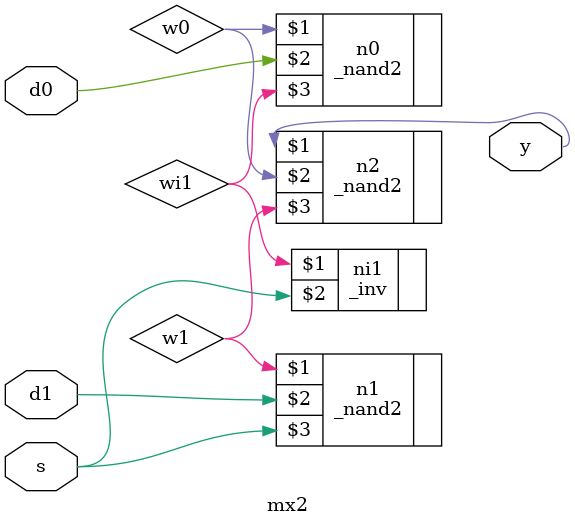
<source format=v>
module mx2(y, d0, d1, s);		//2-to-1 MUX module

	output y;
	input d0, d1, s;

	_inv ni1(wi1, s);
	_nand2 n0(w0, d0, wi1);		//w0 = ~(d0 & ~s)
	_nand2 n1(w1, d1, s);		//w1 = ~(d1 & s)
	
	_nand2 n2(y, w0, w1);		//y = (d0 & ~s) ^ (d1 & s)

endmodule 
</source>
